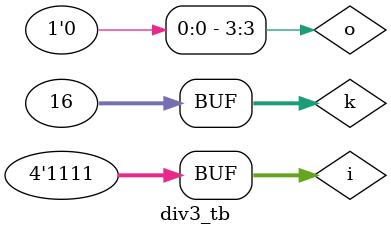
<source format=v>
module div3 (
  input [3:0] i,
  output reg [2:0] o
);
  always @(*)
	casez(i)
		4'b0000 : o= 3'b000;
		4'b0001 : o= 3'b000;
		4'b0010 : o= 3'b000;
		4'b0011 : o= 3'b001;
		4'b010? : o= 3'b001;
		4'b011? : o= 3'b010;
		4'b1000 : o= 3'b010;
		4'b1001 : o= 3'b011;
		4'b101? : o= 3'b011;
		4'b110? : o= 3'b100;
		4'b1110 : o= 3'b100;
		4'b1111 : o= 3'b101;
	endcase
endmodule

module div3_tb;
  reg [3:0] i;
  wire [3:0] o;

  div3 div3_i (.i(i), .o(o));

  integer k;
  initial begin
    $display("Time\ti\t\to");
    $monitor("%0t\t%b(%2d)\t%b(%0d)", $time, i, i, o, o);
    i = 0;
    for (k = 1; k < 16; k = k + 1)
      #10 i = k;
  end
endmodule
</source>
